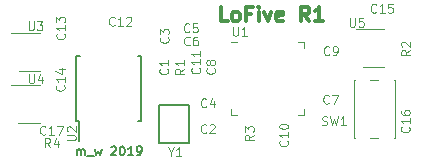
<source format=gbr>
G04 #@! TF.GenerationSoftware,KiCad,Pcbnew,(5.1.0-43-gfdfe5ea)*
G04 #@! TF.CreationDate,2019-03-25T11:45:27-07:00*
G04 #@! TF.ProjectId,lofive,6c6f6669-7665-42e6-9b69-6361645f7063,0*
G04 #@! TF.SameCoordinates,Original*
G04 #@! TF.FileFunction,Legend,Top*
G04 #@! TF.FilePolarity,Positive*
%FSLAX46Y46*%
G04 Gerber Fmt 4.6, Leading zero omitted, Abs format (unit mm)*
G04 Created by KiCad (PCBNEW (5.1.0-43-gfdfe5ea)) date 2019-03-25 11:45:27*
%MOMM*%
%LPD*%
G04 APERTURE LIST*
%ADD10C,0.187500*%
%ADD11C,0.300000*%
%ADD12C,0.150000*%
%ADD13C,0.120000*%
%ADD14C,0.125000*%
G04 APERTURE END LIST*
D10*
X108189734Y-124436065D02*
X108189734Y-123936065D01*
X108189734Y-124007494D02*
X108225448Y-123971780D01*
X108296877Y-123936065D01*
X108404020Y-123936065D01*
X108475448Y-123971780D01*
X108511162Y-124043208D01*
X108511162Y-124436065D01*
X108511162Y-124043208D02*
X108546877Y-123971780D01*
X108618305Y-123936065D01*
X108725448Y-123936065D01*
X108796877Y-123971780D01*
X108832591Y-124043208D01*
X108832591Y-124436065D01*
X109011162Y-124507494D02*
X109582591Y-124507494D01*
X109689734Y-123936065D02*
X109832591Y-124436065D01*
X109975448Y-124078922D01*
X110118305Y-124436065D01*
X110261162Y-123936065D01*
X111082591Y-123757494D02*
X111118305Y-123721780D01*
X111189734Y-123686065D01*
X111368305Y-123686065D01*
X111439734Y-123721780D01*
X111475448Y-123757494D01*
X111511162Y-123828922D01*
X111511162Y-123900351D01*
X111475448Y-124007494D01*
X111046877Y-124436065D01*
X111511162Y-124436065D01*
X111975448Y-123686065D02*
X112046877Y-123686065D01*
X112118305Y-123721780D01*
X112154020Y-123757494D01*
X112189734Y-123828922D01*
X112225448Y-123971780D01*
X112225448Y-124150351D01*
X112189734Y-124293208D01*
X112154020Y-124364637D01*
X112118305Y-124400351D01*
X112046877Y-124436065D01*
X111975448Y-124436065D01*
X111904020Y-124400351D01*
X111868305Y-124364637D01*
X111832591Y-124293208D01*
X111796877Y-124150351D01*
X111796877Y-123971780D01*
X111832591Y-123828922D01*
X111868305Y-123757494D01*
X111904020Y-123721780D01*
X111975448Y-123686065D01*
X112939734Y-124436065D02*
X112511162Y-124436065D01*
X112725448Y-124436065D02*
X112725448Y-123686065D01*
X112654020Y-123793208D01*
X112582591Y-123864637D01*
X112511162Y-123900351D01*
X113296877Y-124436065D02*
X113439734Y-124436065D01*
X113511162Y-124400351D01*
X113546877Y-124364637D01*
X113618305Y-124257494D01*
X113654020Y-124114637D01*
X113654020Y-123828922D01*
X113618305Y-123757494D01*
X113582591Y-123721780D01*
X113511162Y-123686065D01*
X113368305Y-123686065D01*
X113296877Y-123721780D01*
X113261162Y-123757494D01*
X113225448Y-123828922D01*
X113225448Y-124007494D01*
X113261162Y-124078922D01*
X113296877Y-124114637D01*
X113368305Y-124150351D01*
X113511162Y-124150351D01*
X113582591Y-124114637D01*
X113618305Y-124078922D01*
X113654020Y-124007494D01*
D11*
X120953121Y-113107796D02*
X120357883Y-113107796D01*
X120357883Y-111857796D01*
X121548360Y-113107796D02*
X121429312Y-113048272D01*
X121369788Y-112988748D01*
X121310264Y-112869700D01*
X121310264Y-112512558D01*
X121369788Y-112393510D01*
X121429312Y-112333986D01*
X121548360Y-112274462D01*
X121726931Y-112274462D01*
X121845979Y-112333986D01*
X121905502Y-112393510D01*
X121965026Y-112512558D01*
X121965026Y-112869700D01*
X121905502Y-112988748D01*
X121845979Y-113048272D01*
X121726931Y-113107796D01*
X121548360Y-113107796D01*
X122917407Y-112453034D02*
X122500740Y-112453034D01*
X122500740Y-113107796D02*
X122500740Y-111857796D01*
X123095979Y-111857796D01*
X123572169Y-113107796D02*
X123572169Y-112274462D01*
X123572169Y-111857796D02*
X123512645Y-111917320D01*
X123572169Y-111976843D01*
X123631693Y-111917320D01*
X123572169Y-111857796D01*
X123572169Y-111976843D01*
X124048360Y-112274462D02*
X124345979Y-113107796D01*
X124643598Y-112274462D01*
X125595979Y-113048272D02*
X125476931Y-113107796D01*
X125238836Y-113107796D01*
X125119788Y-113048272D01*
X125060264Y-112929224D01*
X125060264Y-112453034D01*
X125119788Y-112333986D01*
X125238836Y-112274462D01*
X125476931Y-112274462D01*
X125595979Y-112333986D01*
X125655502Y-112453034D01*
X125655502Y-112572081D01*
X125060264Y-112691129D01*
X127857883Y-113107796D02*
X127441217Y-112512558D01*
X127143598Y-113107796D02*
X127143598Y-111857796D01*
X127619788Y-111857796D01*
X127738836Y-111917320D01*
X127798360Y-111976843D01*
X127857883Y-112095891D01*
X127857883Y-112274462D01*
X127798360Y-112393510D01*
X127738836Y-112453034D01*
X127619788Y-112512558D01*
X127143598Y-112512558D01*
X129048360Y-113107796D02*
X128334074Y-113107796D01*
X128691217Y-113107796D02*
X128691217Y-111857796D01*
X128572169Y-112036367D01*
X128453121Y-112155415D01*
X128334074Y-112214939D01*
D12*
X108321000Y-121522660D02*
X108321000Y-123272660D01*
X113626000Y-121522660D02*
X113626000Y-116022660D01*
X108116000Y-121522660D02*
X108116000Y-116022660D01*
X113626000Y-121522660D02*
X113326000Y-121522660D01*
X113626000Y-116022660D02*
X113326000Y-116022660D01*
X108116000Y-116022660D02*
X108416000Y-116022660D01*
X108116000Y-121522660D02*
X108321000Y-121522660D01*
D13*
X135100000Y-122973000D02*
X135100000Y-118073000D01*
X131600000Y-118073000D02*
X131600000Y-122973000D01*
X133000000Y-118073000D02*
X133700000Y-118073000D01*
X133000000Y-122973000D02*
X133700000Y-122973000D01*
X131600000Y-122973000D02*
X131700000Y-122973000D01*
X135000000Y-122973000D02*
X135100000Y-122973000D01*
X135100000Y-118073000D02*
X135000000Y-118073000D01*
X131600000Y-118073000D02*
X131700000Y-118073000D01*
X134216800Y-113746600D02*
X131766800Y-113746600D01*
X132416800Y-116966600D02*
X134216800Y-116966600D01*
X105022220Y-118481200D02*
X102572220Y-118481200D01*
X103222220Y-121701200D02*
X105022220Y-121701200D01*
X105040000Y-114087000D02*
X102590000Y-114087000D01*
X103240000Y-117307000D02*
X105040000Y-117307000D01*
X126859980Y-114824740D02*
X127409980Y-114824740D01*
X127409980Y-114824740D02*
X127409980Y-115374740D01*
X121739980Y-121044740D02*
X121189980Y-121044740D01*
X121189980Y-121044740D02*
X121189980Y-120494740D01*
X126859980Y-121044740D02*
X127409980Y-121044740D01*
X127409980Y-121044740D02*
X127409980Y-120494740D01*
X121739980Y-114824740D02*
X121189980Y-114824740D01*
D12*
X117687880Y-120170140D02*
X117687880Y-123370140D01*
X117687880Y-123370140D02*
X115087880Y-123370140D01*
X115087880Y-123370140D02*
X115087880Y-120170140D01*
X115087880Y-120170140D02*
X117687880Y-120170140D01*
D14*
X107325925Y-123174688D02*
X107933068Y-123174688D01*
X108004497Y-123138974D01*
X108040211Y-123103260D01*
X108075925Y-123031831D01*
X108075925Y-122888974D01*
X108040211Y-122817545D01*
X108004497Y-122781831D01*
X107933068Y-122746117D01*
X107325925Y-122746117D01*
X107397354Y-122424688D02*
X107361640Y-122388974D01*
X107325925Y-122317545D01*
X107325925Y-122138974D01*
X107361640Y-122067545D01*
X107397354Y-122031831D01*
X107468782Y-121996117D01*
X107540211Y-121996117D01*
X107647354Y-122031831D01*
X108075925Y-122460402D01*
X108075925Y-121996117D01*
X128936240Y-121857811D02*
X129043382Y-121893525D01*
X129221954Y-121893525D01*
X129293382Y-121857811D01*
X129329097Y-121822097D01*
X129364811Y-121750668D01*
X129364811Y-121679240D01*
X129329097Y-121607811D01*
X129293382Y-121572097D01*
X129221954Y-121536382D01*
X129079097Y-121500668D01*
X129007668Y-121464954D01*
X128971954Y-121429240D01*
X128936240Y-121357811D01*
X128936240Y-121286382D01*
X128971954Y-121214954D01*
X129007668Y-121179240D01*
X129079097Y-121143525D01*
X129257668Y-121143525D01*
X129364811Y-121179240D01*
X129614811Y-121143525D02*
X129793382Y-121893525D01*
X129936240Y-121357811D01*
X130079097Y-121893525D01*
X130257668Y-121143525D01*
X130936240Y-121893525D02*
X130507668Y-121893525D01*
X130721954Y-121893525D02*
X130721954Y-121143525D01*
X130650525Y-121250668D01*
X130579097Y-121322097D01*
X130507668Y-121357811D01*
X131272351Y-112830105D02*
X131272351Y-113437248D01*
X131308065Y-113508677D01*
X131343780Y-113544391D01*
X131415208Y-113580105D01*
X131558065Y-113580105D01*
X131629494Y-113544391D01*
X131665208Y-113508677D01*
X131700922Y-113437248D01*
X131700922Y-112830105D01*
X132415208Y-112830105D02*
X132058065Y-112830105D01*
X132022351Y-113187248D01*
X132058065Y-113151534D01*
X132129494Y-113115820D01*
X132308065Y-113115820D01*
X132379494Y-113151534D01*
X132415208Y-113187248D01*
X132450922Y-113258677D01*
X132450922Y-113437248D01*
X132415208Y-113508677D01*
X132379494Y-113544391D01*
X132308065Y-113580105D01*
X132129494Y-113580105D01*
X132058065Y-113544391D01*
X132022351Y-113508677D01*
X104122291Y-117577365D02*
X104122291Y-118184508D01*
X104158005Y-118255937D01*
X104193720Y-118291651D01*
X104265148Y-118327365D01*
X104408005Y-118327365D01*
X104479434Y-118291651D01*
X104515148Y-118255937D01*
X104550862Y-118184508D01*
X104550862Y-117577365D01*
X105229434Y-117827365D02*
X105229434Y-118327365D01*
X105050862Y-117541651D02*
X104872291Y-118077365D01*
X105336577Y-118077365D01*
X104081651Y-113114585D02*
X104081651Y-113721728D01*
X104117365Y-113793157D01*
X104153080Y-113828871D01*
X104224508Y-113864585D01*
X104367365Y-113864585D01*
X104438794Y-113828871D01*
X104474508Y-113793157D01*
X104510222Y-113721728D01*
X104510222Y-113114585D01*
X104795937Y-113114585D02*
X105260222Y-113114585D01*
X105010222Y-113400300D01*
X105117365Y-113400300D01*
X105188794Y-113436014D01*
X105224508Y-113471728D01*
X105260222Y-113543157D01*
X105260222Y-113721728D01*
X105224508Y-113793157D01*
X105188794Y-113828871D01*
X105117365Y-113864585D01*
X104903080Y-113864585D01*
X104831651Y-113828871D01*
X104795937Y-113793157D01*
X123127965Y-122702860D02*
X122770822Y-122952860D01*
X123127965Y-123131431D02*
X122377965Y-123131431D01*
X122377965Y-122845717D01*
X122413680Y-122774288D01*
X122449394Y-122738574D01*
X122520822Y-122702860D01*
X122627965Y-122702860D01*
X122699394Y-122738574D01*
X122735108Y-122774288D01*
X122770822Y-122845717D01*
X122770822Y-123131431D01*
X122377965Y-122452860D02*
X122377965Y-121988574D01*
X122663680Y-122238574D01*
X122663680Y-122131431D01*
X122699394Y-122060002D01*
X122735108Y-122024288D01*
X122806537Y-121988574D01*
X122985108Y-121988574D01*
X123056537Y-122024288D01*
X123092251Y-122060002D01*
X123127965Y-122131431D01*
X123127965Y-122345717D01*
X123092251Y-122417145D01*
X123056537Y-122452860D01*
X136379145Y-115529900D02*
X136022002Y-115779900D01*
X136379145Y-115958471D02*
X135629145Y-115958471D01*
X135629145Y-115672757D01*
X135664860Y-115601328D01*
X135700574Y-115565614D01*
X135772002Y-115529900D01*
X135879145Y-115529900D01*
X135950574Y-115565614D01*
X135986288Y-115601328D01*
X136022002Y-115672757D01*
X136022002Y-115958471D01*
X135700574Y-115244185D02*
X135664860Y-115208471D01*
X135629145Y-115137042D01*
X135629145Y-114958471D01*
X135664860Y-114887042D01*
X135700574Y-114851328D01*
X135772002Y-114815614D01*
X135843431Y-114815614D01*
X135950574Y-114851328D01*
X136379145Y-115279900D01*
X136379145Y-114815614D01*
X117242785Y-117102160D02*
X116885642Y-117352160D01*
X117242785Y-117530731D02*
X116492785Y-117530731D01*
X116492785Y-117245017D01*
X116528500Y-117173588D01*
X116564214Y-117137874D01*
X116635642Y-117102160D01*
X116742785Y-117102160D01*
X116814214Y-117137874D01*
X116849928Y-117173588D01*
X116885642Y-117245017D01*
X116885642Y-117530731D01*
X117242785Y-116387874D02*
X117242785Y-116816445D01*
X117242785Y-116602160D02*
X116492785Y-116602160D01*
X116599928Y-116673588D01*
X116671357Y-116745017D01*
X116707071Y-116816445D01*
X136287397Y-122033842D02*
X136323111Y-122069557D01*
X136358825Y-122176700D01*
X136358825Y-122248128D01*
X136323111Y-122355271D01*
X136251682Y-122426700D01*
X136180254Y-122462414D01*
X136037397Y-122498128D01*
X135930254Y-122498128D01*
X135787397Y-122462414D01*
X135715968Y-122426700D01*
X135644540Y-122355271D01*
X135608825Y-122248128D01*
X135608825Y-122176700D01*
X135644540Y-122069557D01*
X135680254Y-122033842D01*
X136358825Y-121319557D02*
X136358825Y-121748128D01*
X136358825Y-121533842D02*
X135608825Y-121533842D01*
X135715968Y-121605271D01*
X135787397Y-121676700D01*
X135823111Y-121748128D01*
X135608825Y-120676700D02*
X135608825Y-120819557D01*
X135644540Y-120890985D01*
X135680254Y-120926700D01*
X135787397Y-120998128D01*
X135930254Y-121033842D01*
X136215968Y-121033842D01*
X136287397Y-120998128D01*
X136323111Y-120962414D01*
X136358825Y-120890985D01*
X136358825Y-120748128D01*
X136323111Y-120676700D01*
X136287397Y-120640985D01*
X136215968Y-120605271D01*
X136037397Y-120605271D01*
X135965968Y-120640985D01*
X135930254Y-120676700D01*
X135894540Y-120748128D01*
X135894540Y-120890985D01*
X135930254Y-120962414D01*
X135965968Y-120998128D01*
X136037397Y-121033842D01*
X133513017Y-112309797D02*
X133477302Y-112345511D01*
X133370160Y-112381225D01*
X133298731Y-112381225D01*
X133191588Y-112345511D01*
X133120160Y-112274082D01*
X133084445Y-112202654D01*
X133048731Y-112059797D01*
X133048731Y-111952654D01*
X133084445Y-111809797D01*
X133120160Y-111738368D01*
X133191588Y-111666940D01*
X133298731Y-111631225D01*
X133370160Y-111631225D01*
X133477302Y-111666940D01*
X133513017Y-111702654D01*
X134227302Y-112381225D02*
X133798731Y-112381225D01*
X134013017Y-112381225D02*
X134013017Y-111631225D01*
X133941588Y-111738368D01*
X133870160Y-111809797D01*
X133798731Y-111845511D01*
X134905874Y-111631225D02*
X134548731Y-111631225D01*
X134513017Y-111988368D01*
X134548731Y-111952654D01*
X134620160Y-111916940D01*
X134798731Y-111916940D01*
X134870160Y-111952654D01*
X134905874Y-111988368D01*
X134941588Y-112059797D01*
X134941588Y-112238368D01*
X134905874Y-112309797D01*
X134870160Y-112345511D01*
X134798731Y-112381225D01*
X134620160Y-112381225D01*
X134548731Y-112345511D01*
X134513017Y-112309797D01*
X107059617Y-118521022D02*
X107095331Y-118556737D01*
X107131045Y-118663880D01*
X107131045Y-118735308D01*
X107095331Y-118842451D01*
X107023902Y-118913880D01*
X106952474Y-118949594D01*
X106809617Y-118985308D01*
X106702474Y-118985308D01*
X106559617Y-118949594D01*
X106488188Y-118913880D01*
X106416760Y-118842451D01*
X106381045Y-118735308D01*
X106381045Y-118663880D01*
X106416760Y-118556737D01*
X106452474Y-118521022D01*
X107131045Y-117806737D02*
X107131045Y-118235308D01*
X107131045Y-118021022D02*
X106381045Y-118021022D01*
X106488188Y-118092451D01*
X106559617Y-118163880D01*
X106595331Y-118235308D01*
X106631045Y-117163880D02*
X107131045Y-117163880D01*
X106345331Y-117342451D02*
X106881045Y-117521022D01*
X106881045Y-117056737D01*
X107092637Y-114144602D02*
X107128351Y-114180317D01*
X107164065Y-114287460D01*
X107164065Y-114358888D01*
X107128351Y-114466031D01*
X107056922Y-114537460D01*
X106985494Y-114573174D01*
X106842637Y-114608888D01*
X106735494Y-114608888D01*
X106592637Y-114573174D01*
X106521208Y-114537460D01*
X106449780Y-114466031D01*
X106414065Y-114358888D01*
X106414065Y-114287460D01*
X106449780Y-114180317D01*
X106485494Y-114144602D01*
X107164065Y-113430317D02*
X107164065Y-113858888D01*
X107164065Y-113644602D02*
X106414065Y-113644602D01*
X106521208Y-113716031D01*
X106592637Y-113787460D01*
X106628351Y-113858888D01*
X106414065Y-113180317D02*
X106414065Y-112716031D01*
X106699780Y-112966031D01*
X106699780Y-112858888D01*
X106735494Y-112787460D01*
X106771208Y-112751745D01*
X106842637Y-112716031D01*
X107021208Y-112716031D01*
X107092637Y-112751745D01*
X107128351Y-112787460D01*
X107164065Y-112858888D01*
X107164065Y-113073174D01*
X107128351Y-113144602D01*
X107092637Y-113180317D01*
X111361677Y-113401997D02*
X111325962Y-113437711D01*
X111218820Y-113473425D01*
X111147391Y-113473425D01*
X111040248Y-113437711D01*
X110968820Y-113366282D01*
X110933105Y-113294854D01*
X110897391Y-113151997D01*
X110897391Y-113044854D01*
X110933105Y-112901997D01*
X110968820Y-112830568D01*
X111040248Y-112759140D01*
X111147391Y-112723425D01*
X111218820Y-112723425D01*
X111325962Y-112759140D01*
X111361677Y-112794854D01*
X112075962Y-113473425D02*
X111647391Y-113473425D01*
X111861677Y-113473425D02*
X111861677Y-112723425D01*
X111790248Y-112830568D01*
X111718820Y-112901997D01*
X111647391Y-112937711D01*
X112361677Y-112794854D02*
X112397391Y-112759140D01*
X112468820Y-112723425D01*
X112647391Y-112723425D01*
X112718820Y-112759140D01*
X112754534Y-112794854D01*
X112790248Y-112866282D01*
X112790248Y-112937711D01*
X112754534Y-113044854D01*
X112325962Y-113473425D01*
X112790248Y-113473425D01*
X118530257Y-117042742D02*
X118565971Y-117078457D01*
X118601685Y-117185600D01*
X118601685Y-117257028D01*
X118565971Y-117364171D01*
X118494542Y-117435600D01*
X118423114Y-117471314D01*
X118280257Y-117507028D01*
X118173114Y-117507028D01*
X118030257Y-117471314D01*
X117958828Y-117435600D01*
X117887400Y-117364171D01*
X117851685Y-117257028D01*
X117851685Y-117185600D01*
X117887400Y-117078457D01*
X117923114Y-117042742D01*
X118601685Y-116328457D02*
X118601685Y-116757028D01*
X118601685Y-116542742D02*
X117851685Y-116542742D01*
X117958828Y-116614171D01*
X118030257Y-116685600D01*
X118065971Y-116757028D01*
X118601685Y-115614171D02*
X118601685Y-116042742D01*
X118601685Y-115828457D02*
X117851685Y-115828457D01*
X117958828Y-115899885D01*
X118030257Y-115971314D01*
X118065971Y-116042742D01*
X125974997Y-123199702D02*
X126010711Y-123235417D01*
X126046425Y-123342560D01*
X126046425Y-123413988D01*
X126010711Y-123521131D01*
X125939282Y-123592560D01*
X125867854Y-123628274D01*
X125724997Y-123663988D01*
X125617854Y-123663988D01*
X125474997Y-123628274D01*
X125403568Y-123592560D01*
X125332140Y-123521131D01*
X125296425Y-123413988D01*
X125296425Y-123342560D01*
X125332140Y-123235417D01*
X125367854Y-123199702D01*
X126046425Y-122485417D02*
X126046425Y-122913988D01*
X126046425Y-122699702D02*
X125296425Y-122699702D01*
X125403568Y-122771131D01*
X125474997Y-122842560D01*
X125510711Y-122913988D01*
X125296425Y-122021131D02*
X125296425Y-121949702D01*
X125332140Y-121878274D01*
X125367854Y-121842560D01*
X125439282Y-121806845D01*
X125582140Y-121771131D01*
X125760711Y-121771131D01*
X125903568Y-121806845D01*
X125974997Y-121842560D01*
X126010711Y-121878274D01*
X126046425Y-121949702D01*
X126046425Y-122021131D01*
X126010711Y-122092560D01*
X125974997Y-122128274D01*
X125903568Y-122163988D01*
X125760711Y-122199702D01*
X125582140Y-122199702D01*
X125439282Y-122163988D01*
X125367854Y-122128274D01*
X125332140Y-122092560D01*
X125296425Y-122021131D01*
X129542000Y-115898817D02*
X129506285Y-115934531D01*
X129399142Y-115970245D01*
X129327714Y-115970245D01*
X129220571Y-115934531D01*
X129149142Y-115863102D01*
X129113428Y-115791674D01*
X129077714Y-115648817D01*
X129077714Y-115541674D01*
X129113428Y-115398817D01*
X129149142Y-115327388D01*
X129220571Y-115255960D01*
X129327714Y-115220245D01*
X129399142Y-115220245D01*
X129506285Y-115255960D01*
X129542000Y-115291674D01*
X129899142Y-115970245D02*
X130042000Y-115970245D01*
X130113428Y-115934531D01*
X130149142Y-115898817D01*
X130220571Y-115791674D01*
X130256285Y-115648817D01*
X130256285Y-115363102D01*
X130220571Y-115291674D01*
X130184857Y-115255960D01*
X130113428Y-115220245D01*
X129970571Y-115220245D01*
X129899142Y-115255960D01*
X129863428Y-115291674D01*
X129827714Y-115363102D01*
X129827714Y-115541674D01*
X129863428Y-115613102D01*
X129899142Y-115648817D01*
X129970571Y-115684531D01*
X130113428Y-115684531D01*
X130184857Y-115648817D01*
X130220571Y-115613102D01*
X130256285Y-115541674D01*
X119795177Y-117086920D02*
X119830891Y-117122634D01*
X119866605Y-117229777D01*
X119866605Y-117301205D01*
X119830891Y-117408348D01*
X119759462Y-117479777D01*
X119688034Y-117515491D01*
X119545177Y-117551205D01*
X119438034Y-117551205D01*
X119295177Y-117515491D01*
X119223748Y-117479777D01*
X119152320Y-117408348D01*
X119116605Y-117301205D01*
X119116605Y-117229777D01*
X119152320Y-117122634D01*
X119188034Y-117086920D01*
X119438034Y-116658348D02*
X119402320Y-116729777D01*
X119366605Y-116765491D01*
X119295177Y-116801205D01*
X119259462Y-116801205D01*
X119188034Y-116765491D01*
X119152320Y-116729777D01*
X119116605Y-116658348D01*
X119116605Y-116515491D01*
X119152320Y-116444062D01*
X119188034Y-116408348D01*
X119259462Y-116372634D01*
X119295177Y-116372634D01*
X119366605Y-116408348D01*
X119402320Y-116444062D01*
X119438034Y-116515491D01*
X119438034Y-116658348D01*
X119473748Y-116729777D01*
X119509462Y-116765491D01*
X119580891Y-116801205D01*
X119723748Y-116801205D01*
X119795177Y-116765491D01*
X119830891Y-116729777D01*
X119866605Y-116658348D01*
X119866605Y-116515491D01*
X119830891Y-116444062D01*
X119795177Y-116408348D01*
X119723748Y-116372634D01*
X119580891Y-116372634D01*
X119509462Y-116408348D01*
X119473748Y-116444062D01*
X119438034Y-116515491D01*
X129501360Y-120005997D02*
X129465645Y-120041711D01*
X129358502Y-120077425D01*
X129287074Y-120077425D01*
X129179931Y-120041711D01*
X129108502Y-119970282D01*
X129072788Y-119898854D01*
X129037074Y-119755997D01*
X129037074Y-119648854D01*
X129072788Y-119505997D01*
X129108502Y-119434568D01*
X129179931Y-119363140D01*
X129287074Y-119327425D01*
X129358502Y-119327425D01*
X129465645Y-119363140D01*
X129501360Y-119398854D01*
X129751360Y-119327425D02*
X130251360Y-119327425D01*
X129929931Y-120077425D01*
X117710680Y-115075857D02*
X117674965Y-115111571D01*
X117567822Y-115147285D01*
X117496394Y-115147285D01*
X117389251Y-115111571D01*
X117317822Y-115040142D01*
X117282108Y-114968714D01*
X117246394Y-114825857D01*
X117246394Y-114718714D01*
X117282108Y-114575857D01*
X117317822Y-114504428D01*
X117389251Y-114433000D01*
X117496394Y-114397285D01*
X117567822Y-114397285D01*
X117674965Y-114433000D01*
X117710680Y-114468714D01*
X118353537Y-114397285D02*
X118210680Y-114397285D01*
X118139251Y-114433000D01*
X118103537Y-114468714D01*
X118032108Y-114575857D01*
X117996394Y-114718714D01*
X117996394Y-115004428D01*
X118032108Y-115075857D01*
X118067822Y-115111571D01*
X118139251Y-115147285D01*
X118282108Y-115147285D01*
X118353537Y-115111571D01*
X118389251Y-115075857D01*
X118424965Y-115004428D01*
X118424965Y-114825857D01*
X118389251Y-114754428D01*
X118353537Y-114718714D01*
X118282108Y-114683000D01*
X118139251Y-114683000D01*
X118067822Y-114718714D01*
X118032108Y-114754428D01*
X117996394Y-114825857D01*
X117690360Y-113963337D02*
X117654645Y-113999051D01*
X117547502Y-114034765D01*
X117476074Y-114034765D01*
X117368931Y-113999051D01*
X117297502Y-113927622D01*
X117261788Y-113856194D01*
X117226074Y-113713337D01*
X117226074Y-113606194D01*
X117261788Y-113463337D01*
X117297502Y-113391908D01*
X117368931Y-113320480D01*
X117476074Y-113284765D01*
X117547502Y-113284765D01*
X117654645Y-113320480D01*
X117690360Y-113356194D01*
X118368931Y-113284765D02*
X118011788Y-113284765D01*
X117976074Y-113641908D01*
X118011788Y-113606194D01*
X118083217Y-113570480D01*
X118261788Y-113570480D01*
X118333217Y-113606194D01*
X118368931Y-113641908D01*
X118404645Y-113713337D01*
X118404645Y-113891908D01*
X118368931Y-113963337D01*
X118333217Y-113999051D01*
X118261788Y-114034765D01*
X118083217Y-114034765D01*
X118011788Y-113999051D01*
X117976074Y-113963337D01*
X119117840Y-120308257D02*
X119082125Y-120343971D01*
X118974982Y-120379685D01*
X118903554Y-120379685D01*
X118796411Y-120343971D01*
X118724982Y-120272542D01*
X118689268Y-120201114D01*
X118653554Y-120058257D01*
X118653554Y-119951114D01*
X118689268Y-119808257D01*
X118724982Y-119736828D01*
X118796411Y-119665400D01*
X118903554Y-119629685D01*
X118974982Y-119629685D01*
X119082125Y-119665400D01*
X119117840Y-119701114D01*
X119760697Y-119879685D02*
X119760697Y-120379685D01*
X119582125Y-119593971D02*
X119403554Y-120129685D01*
X119867840Y-120129685D01*
X115891197Y-114450400D02*
X115926911Y-114486114D01*
X115962625Y-114593257D01*
X115962625Y-114664685D01*
X115926911Y-114771828D01*
X115855482Y-114843257D01*
X115784054Y-114878971D01*
X115641197Y-114914685D01*
X115534054Y-114914685D01*
X115391197Y-114878971D01*
X115319768Y-114843257D01*
X115248340Y-114771828D01*
X115212625Y-114664685D01*
X115212625Y-114593257D01*
X115248340Y-114486114D01*
X115284054Y-114450400D01*
X115212625Y-114200400D02*
X115212625Y-113736114D01*
X115498340Y-113986114D01*
X115498340Y-113878971D01*
X115534054Y-113807542D01*
X115569768Y-113771828D01*
X115641197Y-113736114D01*
X115819768Y-113736114D01*
X115891197Y-113771828D01*
X115926911Y-113807542D01*
X115962625Y-113878971D01*
X115962625Y-114093257D01*
X115926911Y-114164685D01*
X115891197Y-114200400D01*
X119143240Y-122482497D02*
X119107525Y-122518211D01*
X119000382Y-122553925D01*
X118928954Y-122553925D01*
X118821811Y-122518211D01*
X118750382Y-122446782D01*
X118714668Y-122375354D01*
X118678954Y-122232497D01*
X118678954Y-122125354D01*
X118714668Y-121982497D01*
X118750382Y-121911068D01*
X118821811Y-121839640D01*
X118928954Y-121803925D01*
X119000382Y-121803925D01*
X119107525Y-121839640D01*
X119143240Y-121875354D01*
X119428954Y-121875354D02*
X119464668Y-121839640D01*
X119536097Y-121803925D01*
X119714668Y-121803925D01*
X119786097Y-121839640D01*
X119821811Y-121875354D01*
X119857525Y-121946782D01*
X119857525Y-122018211D01*
X119821811Y-122125354D01*
X119393240Y-122553925D01*
X119857525Y-122553925D01*
X115830237Y-117125020D02*
X115865951Y-117160734D01*
X115901665Y-117267877D01*
X115901665Y-117339305D01*
X115865951Y-117446448D01*
X115794522Y-117517877D01*
X115723094Y-117553591D01*
X115580237Y-117589305D01*
X115473094Y-117589305D01*
X115330237Y-117553591D01*
X115258808Y-117517877D01*
X115187380Y-117446448D01*
X115151665Y-117339305D01*
X115151665Y-117267877D01*
X115187380Y-117160734D01*
X115223094Y-117125020D01*
X115901665Y-116410734D02*
X115901665Y-116839305D01*
X115901665Y-116625020D02*
X115151665Y-116625020D01*
X115258808Y-116696448D01*
X115330237Y-116767877D01*
X115365951Y-116839305D01*
X105925080Y-123742645D02*
X105675080Y-123385502D01*
X105496508Y-123742645D02*
X105496508Y-122992645D01*
X105782222Y-122992645D01*
X105853651Y-123028360D01*
X105889365Y-123064074D01*
X105925080Y-123135502D01*
X105925080Y-123242645D01*
X105889365Y-123314074D01*
X105853651Y-123349788D01*
X105782222Y-123385502D01*
X105496508Y-123385502D01*
X106567937Y-123242645D02*
X106567937Y-123742645D01*
X106389365Y-122956931D02*
X106210794Y-123492645D01*
X106675080Y-123492645D01*
X105509517Y-122622197D02*
X105473802Y-122657911D01*
X105366660Y-122693625D01*
X105295231Y-122693625D01*
X105188088Y-122657911D01*
X105116660Y-122586482D01*
X105080945Y-122515054D01*
X105045231Y-122372197D01*
X105045231Y-122265054D01*
X105080945Y-122122197D01*
X105116660Y-122050768D01*
X105188088Y-121979340D01*
X105295231Y-121943625D01*
X105366660Y-121943625D01*
X105473802Y-121979340D01*
X105509517Y-122015054D01*
X106223802Y-122693625D02*
X105795231Y-122693625D01*
X106009517Y-122693625D02*
X106009517Y-121943625D01*
X105938088Y-122050768D01*
X105866660Y-122122197D01*
X105795231Y-122157911D01*
X106473802Y-121943625D02*
X106973802Y-121943625D01*
X106652374Y-122693625D01*
X121381591Y-113564165D02*
X121381591Y-114171308D01*
X121417305Y-114242737D01*
X121453020Y-114278451D01*
X121524448Y-114314165D01*
X121667305Y-114314165D01*
X121738734Y-114278451D01*
X121774448Y-114242737D01*
X121810162Y-114171308D01*
X121810162Y-113564165D01*
X122560162Y-114314165D02*
X122131591Y-114314165D01*
X122345877Y-114314165D02*
X122345877Y-113564165D01*
X122274448Y-113671308D01*
X122203020Y-113742737D01*
X122131591Y-113778451D01*
X116117097Y-124157662D02*
X116117097Y-124514805D01*
X115867097Y-123764805D02*
X116117097Y-124157662D01*
X116367097Y-123764805D01*
X117009954Y-124514805D02*
X116581382Y-124514805D01*
X116795668Y-124514805D02*
X116795668Y-123764805D01*
X116724240Y-123871948D01*
X116652811Y-123943377D01*
X116581382Y-123979091D01*
M02*

</source>
